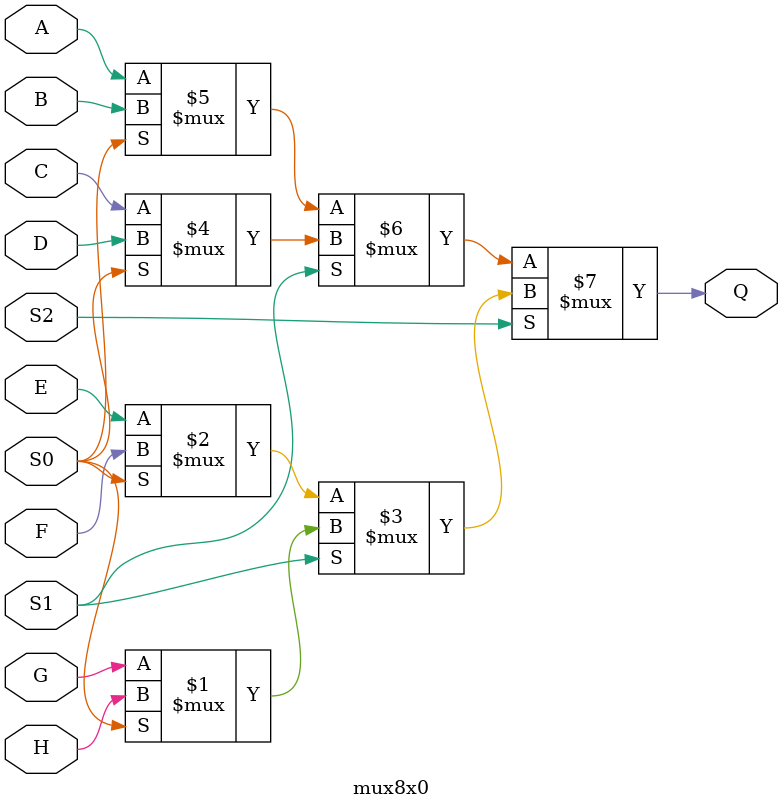
<source format=v>

module inpad (
  output Q,
  (* iopad_external_pin *)
  input P
);
  specify
    (P => Q) = 0;
  endspecify
  assign Q = P;
endmodule

module outpad (
  (* iopad_external_pin *)
  output P,
  input A
);
  specify
    (A => P) = 0;
  endspecify
  assign P = A;
endmodule

module ckpad (
  output Q,
  (* iopad_external_pin *)
  input P
);
  specify
    (P => Q) = 0;
  endspecify
  assign Q = P;
endmodule

module bipad (
  input A,
  input EN,
  output Q,
  (* iopad_external_pin *)
  inout P
);
  assign Q = P;
  assign P = EN ? A : 1'bz;
endmodule

module dff (
  output reg Q,
  input D,
  (* clkbuf_sink *)
  input CLK
);
  parameter [0:0] INIT = 1'b0;
  initial Q = INIT;
  always @(posedge CLK) Q <= D;
endmodule

module dffc (
  output reg Q,
  input D,
  (* clkbuf_sink *)
  input CLK,
  (* clkbuf_sink *)
  input CLR
);
  parameter [0:0] INIT = 1'b0;
  initial Q = INIT;

  always @(posedge CLK or posedge CLR)
    if (CLR) Q <= 1'b0;
    else Q <= D;
endmodule

module dffp (
  output reg Q,
  input D,
  (* clkbuf_sink *)
  input CLK,
  (* clkbuf_sink *)
  input PRE
);
  parameter [0:0] INIT = 1'b0;
  initial Q = INIT;

  always @(posedge CLK or posedge PRE)
    if (PRE) Q <= 1'b1;
    else Q <= D;
endmodule

module dffpc (
  output reg Q,
  input D,
  (* clkbuf_sink *)
  input CLK,
  (* clkbuf_sink *)
  input CLR,
  (* clkbuf_sink *)
  input PRE
);
  parameter [0:0] INIT = 1'b0;
  initial Q = INIT;

  always @(posedge CLK or posedge CLR or posedge PRE)
    if (CLR) Q <= 1'b0;
    else if (PRE) Q <= 1'b1;
    else Q <= D;
endmodule

module dffe (
  output reg Q,
  input D,
  (* clkbuf_sink *)
  input CLK,
  input EN
);
  parameter [0:0] INIT = 1'b0;
  initial Q = INIT;
  always @(posedge CLK) if (EN) Q <= D;
endmodule

module dffec (
  output reg Q,
  input D,
  (* clkbuf_sink *)
  input CLK,
  input EN,
  (* clkbuf_sink *)
  input CLR
);
  parameter [0:0] INIT = 1'b0;
  initial Q = INIT;

  always @(posedge CLK or posedge CLR)
    if (CLR) Q <= 1'b0;
    else if (EN) Q <= D;
endmodule

(* lib_whitebox *)
module dffepc (
  output reg Q,
  input D,
  (* clkbuf_sink *)
  input CLK,
  input EN,
  (* clkbuf_sink *)
  input CLR,
  (* clkbuf_sink *)
  input PRE
);
  parameter [0:0] INIT = 1'b0;

  specify
    if (EN) (posedge CLK => (Q : D)) = 1701; // QCK -> QZ
    if (CLR) (CLR => Q) = 967; // QRT -> QZ
    if (PRE) (PRE => Q) = 1252; // QST -> QZ
    $setup(D, posedge CLK, 216); // QCK -> QDS
    $setup(EN, posedge CLK, 590); // QCK -> QEN
  endspecify

  initial Q = INIT;
  always @(posedge CLK or posedge CLR or posedge PRE)
    if (CLR) Q <= 1'b0;
    else if (PRE) Q <= 1'b1;
    else if (EN) Q <= D;
endmodule

//                  FZ       FS F2 (F1 TO 0)
(* abc9_box, lib_whitebox *)
module AND2I0 (
  output Q,
  input A, B
);
  specify
    (A => Q) = 698; // FS -> FZ
    (B => Q) = 639; // F2 -> FZ
  endspecify

  assign Q = A ? B : 0;
endmodule

(* abc9_box, lib_whitebox *)
module mux2x0 (
  output Q,
  input S, A, B
);
  specify
    (S => Q) = 698; // FS -> FZ
    (A => Q) = 639; // F1 -> FZ
    (B => Q) = 639; // F2 -> FZ
  endspecify

  assign Q = S ? B : A;
endmodule

(* abc9_box, lib_whitebox *)
module mux2x1 (
  output Q,
  input S, A, B
);
  specify
    (S => Q) = 698; // FS -> FZ
    (A => Q) = 639; // F1 -> FZ
    (B => Q) = 639; // F2 -> FZ
  endspecify

  assign Q = S ? B : A;
endmodule

(* abc9_box, lib_whitebox *)
module mux4x0 (
  output Q,
  input S0, S1, A, B, C, D
);
  specify
    (S0 => Q) = 1251; // TAB -> TZ
    (S1 => Q) = 1406; // TSL -> TZ
    (A => Q) = 1699;  // TA1 -> TZ
    (B => Q) = 1687;  // TA2 -> TZ
    (C => Q) = 1669;  // TB1 -> TZ
    (D => Q) = 1679;  // TB2 -> TZ
  endspecify

  assign Q = S1 ? (S0 ? D : C) : (S0 ? B : A);
endmodule

// S0 BSL TSL
// S1 BAB TAB
// S2 TBS
// A TA1
// B TA2
// C TB1
// D TB2
// E BA1
// F BA2
// G BB1
// H BB2
// Q CZ
(* abc9_box, lib_whitebox *)
module mux8x0 (
  output Q,
  input S0, S1, S2, A, B, C, D, E, F, G, H
);
  specify
    (S0 => Q) = 1593; // ('TSL', 'BSL') -> CZ
    (S1 => Q) = 1437; // ('TAB', 'BAB') -> CZ
    (S2 => Q) = 995; // TBS -> CZ
    (A => Q) = 1887; // TA1 -> CZ
    (B => Q) = 1873; // TA2 -> CZ
    (C => Q) = 1856; // TB1 -> CZ
    (D => Q) = 1860; // TB2 -> CZ
    (E => Q) = 1714; // BA1 -> CZ
    (F => Q) = 1773; // BA2 -> CZ
    (G => Q) = 1749; // BB1 -> CZ
    (H => Q) = 1723; // BB2 -> CZ
  endspecify

  assign Q = S2 ? (S1 ? (S0 ? H : G) : (S0 ? F : E)) : (S1 ? (S0 ? D : C) : (S0 ? B : A));
endmodule

(* blackbox *)
(* keep *)
module qlal4s3b_cell_macro (
  input WB_CLK,
  input WBs_ACK,
  input [31:0] WBs_RD_DAT,
  output [3:0] WBs_BYTE_STB,
  output WBs_CYC,
  output WBs_WE,
  output WBs_RD,
  output WBs_STB,
  output [16:0] WBs_ADR,
  input [3:0] SDMA_Req,
  input [3:0] SDMA_Sreq,
  output [3:0] SDMA_Done,
  output [3:0] SDMA_Active,
  input [3:0] FB_msg_out,
  input [7:0] FB_Int_Clr,
  output FB_Start,
  input FB_Busy,
  output WB_RST,
  output Sys_PKfb_Rst,
  output Clk16,
  output Clk16_Rst,
  output Clk21,
  output Clk21_Rst,
  output Sys_Pclk,
  output Sys_Pclk_Rst,
  input Sys_PKfb_Clk,
  input [31:0] FB_PKfbData,
  output [31:0] WBs_WR_DAT,
  input [3:0] FB_PKfbPush,
  input FB_PKfbSOF,
  input FB_PKfbEOF,
  output [7:0] Sensor_Int,
  output FB_PKfbOverflow,
  output [23:0] TimeStamp,
  input Sys_PSel,
  input [15:0] SPIm_Paddr,
  input SPIm_PEnable,
  input SPIm_PWrite,
  input [31:0] SPIm_PWdata,
  output SPIm_PReady,
  output SPIm_PSlvErr,
  output [31:0] SPIm_Prdata,
  input [15:0] Device_ID,
  input [13:0] FBIO_In_En,
  input [13:0] FBIO_Out,
  input [13:0] FBIO_Out_En,
  output [13:0] FBIO_In,
  inout [13:0] SFBIO,
  input Device_ID_6S,
  input Device_ID_4S,
  input SPIm_PWdata_26S,
  input SPIm_PWdata_24S,
  input SPIm_PWdata_14S,
  input SPIm_PWdata_11S,
  input SPIm_PWdata_0S,
  input SPIm_Paddr_8S,
  input SPIm_Paddr_6S,
  input FB_PKfbPush_1S,
  input FB_PKfbData_31S,
  input FB_PKfbData_21S,
  input FB_PKfbData_19S,
  input FB_PKfbData_9S,
  input FB_PKfbData_6S,
  input Sys_PKfb_ClkS,
  input FB_BusyS,
  input WB_CLKS
);

endmodule

</source>
